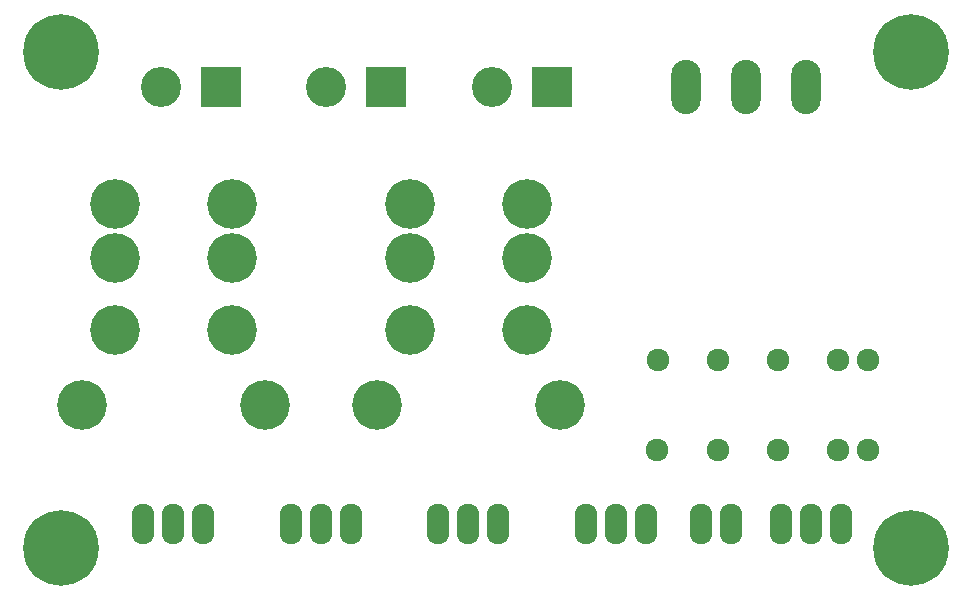
<source format=gbr>
G04 #@! TF.FileFunction,Soldermask,Bot*
%FSLAX46Y46*%
G04 Gerber Fmt 4.6, Leading zero omitted, Abs format (unit mm)*
G04 Created by KiCad (PCBNEW 4.0.6) date 06/08/17 14:50:25*
%MOMM*%
%LPD*%
G01*
G04 APERTURE LIST*
%ADD10C,0.100000*%
%ADD11O,1.924000X3.448000*%
%ADD12C,4.200000*%
%ADD13C,6.400000*%
%ADD14O,2.495500X4.591000*%
%ADD15C,1.924000*%
%ADD16R,3.400000X3.400000*%
%ADD17C,3.400000*%
G04 APERTURE END LIST*
D10*
D11*
X173270000Y-119500000D03*
X170730000Y-119500000D03*
D12*
X155950000Y-92390000D03*
X146050000Y-92390000D03*
X146050000Y-96960000D03*
X146050000Y-103050000D03*
X155950000Y-96960000D03*
X155950000Y-103050000D03*
X158745000Y-109400000D03*
X143255000Y-109400000D03*
D11*
X128540000Y-119500000D03*
X126000000Y-119500000D03*
X123460000Y-119500000D03*
X182540000Y-119500000D03*
X180000000Y-119500000D03*
X177460000Y-119500000D03*
D13*
X188500000Y-79500000D03*
X116500000Y-121500000D03*
X188500000Y-121500000D03*
X116500000Y-79500000D03*
D14*
X179580000Y-82500000D03*
X174500000Y-82500000D03*
X169420000Y-82500000D03*
D11*
X153540000Y-119500000D03*
X151000000Y-119500000D03*
X148460000Y-119500000D03*
X141040000Y-119500000D03*
X138500000Y-119500000D03*
X135960000Y-119500000D03*
X166040000Y-119500000D03*
X163500000Y-119500000D03*
X160960000Y-119500000D03*
D15*
X184800000Y-113200000D03*
X182260000Y-113200000D03*
X184800000Y-105580000D03*
X177180000Y-113200000D03*
X182260000Y-105580000D03*
X172100000Y-113200000D03*
X177180000Y-105580000D03*
X167000000Y-113200000D03*
X167020000Y-105580000D03*
X172100000Y-105580000D03*
D12*
X130950000Y-92390000D03*
X121050000Y-92390000D03*
X121050000Y-96960000D03*
X121050000Y-103050000D03*
X130950000Y-96960000D03*
X130950000Y-103050000D03*
X133745000Y-109400000D03*
X118255000Y-109400000D03*
D16*
X130040000Y-82500000D03*
D17*
X124960000Y-82500000D03*
D16*
X144040000Y-82500000D03*
D17*
X138960000Y-82500000D03*
D16*
X158040000Y-82500000D03*
D17*
X152960000Y-82500000D03*
M02*

</source>
